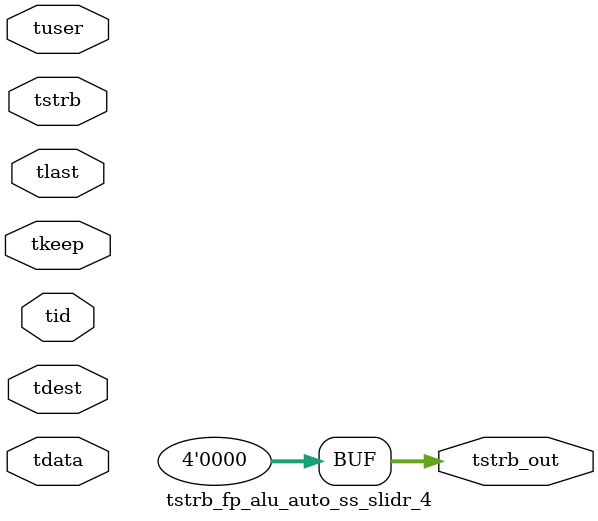
<source format=v>


`timescale 1ps/1ps

module tstrb_fp_alu_auto_ss_slidr_4 #
(
parameter C_S_AXIS_TDATA_WIDTH = 32,
parameter C_S_AXIS_TUSER_WIDTH = 0,
parameter C_S_AXIS_TID_WIDTH   = 0,
parameter C_S_AXIS_TDEST_WIDTH = 0,
parameter C_M_AXIS_TDATA_WIDTH = 32
)
(
input  [(C_S_AXIS_TDATA_WIDTH == 0 ? 1 : C_S_AXIS_TDATA_WIDTH)-1:0     ] tdata,
input  [(C_S_AXIS_TUSER_WIDTH == 0 ? 1 : C_S_AXIS_TUSER_WIDTH)-1:0     ] tuser,
input  [(C_S_AXIS_TID_WIDTH   == 0 ? 1 : C_S_AXIS_TID_WIDTH)-1:0       ] tid,
input  [(C_S_AXIS_TDEST_WIDTH == 0 ? 1 : C_S_AXIS_TDEST_WIDTH)-1:0     ] tdest,
input  [(C_S_AXIS_TDATA_WIDTH/8)-1:0 ] tkeep,
input  [(C_S_AXIS_TDATA_WIDTH/8)-1:0 ] tstrb,
input                                                                    tlast,
output [(C_M_AXIS_TDATA_WIDTH/8)-1:0 ] tstrb_out
);

assign tstrb_out = {1'b0};

endmodule


</source>
